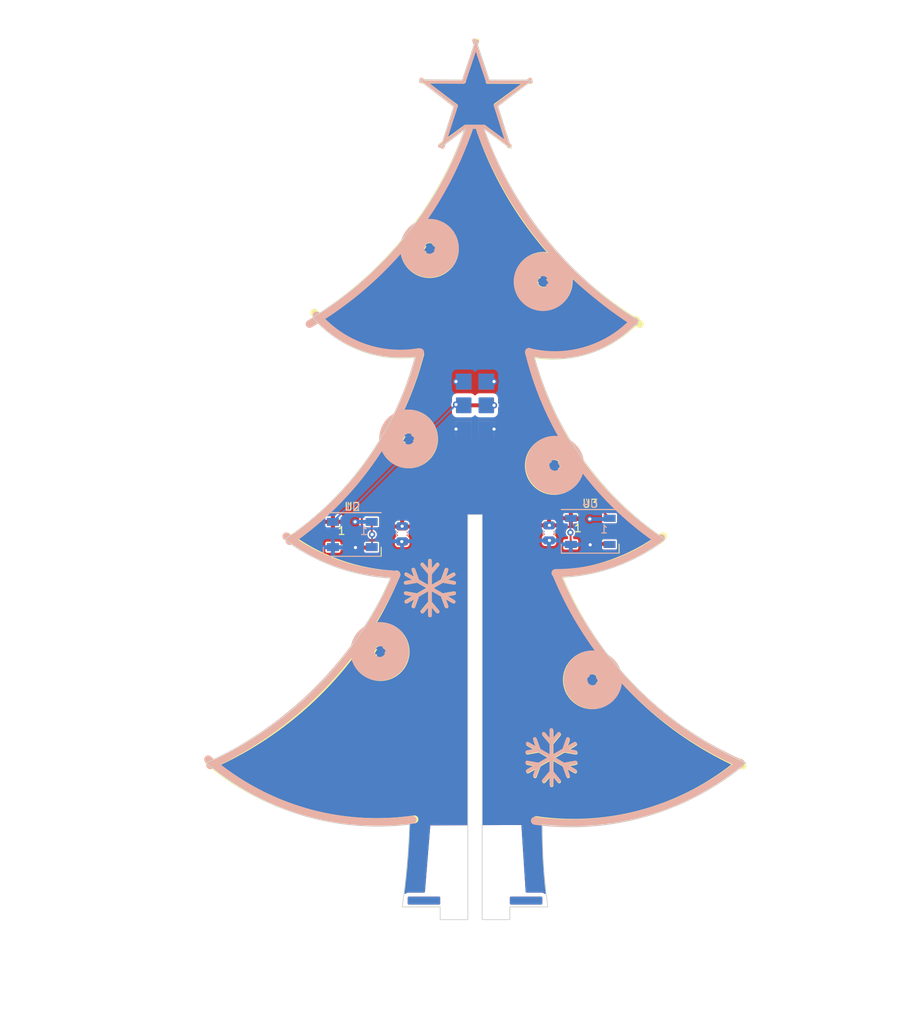
<source format=kicad_pcb>
(kicad_pcb (version 20221018) (generator pcbnew)
  (title_block (comment 4 "AISLER Project ID: SEEBHILR"))
  (layers (0 "F.Cu" signal) (31 "B.Cu" signal) (34 "B.Paste" user) (35 "F.Paste" user) (36 "B.SilkS" user "B.Silkscreen") (37 "F.SilkS" user "F.Silkscreen") (38 "B.Mask" user) (39 "F.Mask" user) (44 "Edge.Cuts" user))
  (net 0 "")
  (net 1 "+5V")
  (net 2 "GND")
  (net 3 "/DIN")
  (net 4 "Net-(U1-DOUT)")
  (net 5 "Net-(U3-DOUT)")
  (net 6 "Net-(U2-DOUT)")
  (footprint "LOGO" (layer "F.Cu") (at 149.175 109.6)
    (fp_text reference "G***" hide)
    (fp_text value "LOGO" hide)
  )
  (footprint "Capacitor_SMD:C_0805_2012Metric" (layer "F.Cu") (at 130.3 81.35 -90)
    (fp_text reference "C6" hide)
    (fp_text value "0.1uF")
    (pad "1" smd roundrect (at -0.95 0 270) (size 1 1.45) (layers "F.Cu" "F.Paste" "F.Mask") (net 1 "+5V"))
    (pad "2" smd roundrect (at 0.95 0 270) (size 1 1.45) (layers "F.Cu" "F.Paste" "F.Mask") (net 2 "GND"))
  )
  (footprint "LOGO" (layer "F.Cu") (at 149.599308 72.15 -10)
    (fp_text reference "G***" hide)
    (fp_text value "LOGO" hide)
  )
  (footprint "LOGO" (layer "F.Cu") (at 133.734419 44.813426 10)
    (fp_text reference "G***" hide)
    (fp_text value "LOGO" hide)
  )
  (footprint "LOGO" (layer "F.Cu") (at 127.515 95.665 10)
    (fp_text reference "G***" hide)
    (fp_text value "LOGO" hide)
  )
  (footprint "LOGO" (layer "F.Cu") (at 133.8 88.15)
    (fp_text reference "G***" hide)
    (fp_text value "LOGO" hide)
  )
  (footprint "LOGO" (layer "F.Cu") (at 148.239308 48.89 -10)
    (fp_text reference "G***" hide)
    (fp_text value "LOGO" hide)
  )
  (footprint "LED_SMD:LED_WS2812B_PLCC4_5.0x5.0mm_P3.2mm" (layer "F.Cu") (at 154.05 81)
    (fp_text reference "U3" (at 0 -3.5) (layer "F.SilkS"))
    (fp_text value "WS2812B")
    (fp_text user "1" (at -1.55 -0.4) (layer "F.SilkS"))
    (pad "1" smd rect (at -2.45 -1.65) (size 1.5 0.9) (layers "F.Cu" "F.Paste" "F.Mask") (net 1 "+5V"))
    (pad "2" smd rect (at -2.45 1.65) (size 1.5 0.9) (layers "F.Cu" "F.Paste" "F.Mask") (net 5 "Net-(U3-DOUT)"))
    (pad "3" smd rect (at 2.45 1.65) (size 1.5 0.9) (layers "F.Cu" "F.Paste" "F.Mask") (net 2 "GND"))
    (pad "4" smd rect (at 2.45 -1.65) (size 1.5 0.9) (layers "F.Cu" "F.Paste" "F.Mask") (net 6 "Net-(U2-DOUT)"))
  )
  (footprint "LOGO" (layer "F.Cu") (at 131.105 68.825 10)
    (fp_text reference "G***" hide)
    (fp_text value "LOGO" hide)
  )
  (footprint "Capacitor_SMD:C_0805_2012Metric" (layer "F.Cu") (at 148.85 81.2 -90)
    (fp_text reference "C2" hide)
    (fp_text value "0.1uF")
    (pad "1" smd roundrect (at -0.95 0 270) (size 1 1.45) (layers "F.Cu" "F.Paste" "F.Mask") (net 1 "+5V"))
    (pad "2" smd roundrect (at 0.95 0 270) (size 1 1.45) (layers "F.Cu" "F.Paste" "F.Mask") (net 2 "GND"))
  )
  (footprint "LOGO" (layer "F.Cu") (at 154.399308 99.2 -10)
    (fp_text reference "G***" hide)
    (fp_text value "LOGO" hide)
  )
  (footprint "LED_SMD:LED_WS2812B_PLCC4_5.0x5.0mm_P3.2mm" (layer "F.Cu") (at 124 81.4)
    (fp_text reference "U2" (at 0 -3.5) (layer "F.SilkS"))
    (fp_text value "WS2812B")
    (fp_text user "1" (at -1.35 -0.46) (layer "F.SilkS"))
    (pad "1" smd rect (at -2.45 -1.6) (size 1.5 1) (layers "F.Cu" "F.Paste" "F.Mask") (net 1 "+5V"))
    (pad "2" smd rect (at -2.45 1.6) (size 1.5 1) (layers "F.Cu" "F.Paste" "F.Mask") (net 6 "Net-(U2-DOUT)"))
    (pad "3" smd rect (at 2.45 1.6) (size 1.5 1) (layers "F.Cu" "F.Paste" "F.Mask") (net 2 "GND"))
    (pad "4" smd rect (at 2.45 -1.6) (size 1.5 1) (layers "F.Cu" "F.Paste" "F.Mask") (net 4 "Net-(U1-DOUT)"))
  )
  (footprint "LOGO" (layer "B.Cu") (at 130.990692 68.787039 -170)
    (fp_text reference "G***" hide)
    (fp_text value "LOGO" hide)
  )
  (footprint "LED_SMD:LED_WS2812B_PLCC4_5.0x5.0mm_P3.2mm" (layer "B.Cu") (at 124 81.4 180)
    (fp_text reference "U1" (at 0 3.5) (layer "B.SilkS") (effects (justify mirror)))
    (fp_text value "WS2812B")
    (fp_text user "1" (at -1.45 0.45) (layer "B.SilkS") (effects (justify mirror)))
    (pad "1" smd rect (at -2.45 1.6 180) (size 1.5 1) (layers "B.Cu" "B.Paste" "B.Mask") (net 1 "+5V"))
    (pad "2" smd rect (at -2.45 -1.6 180) (size 1.5 1) (layers "B.Cu" "B.Paste" "B.Mask") (net 4 "Net-(U1-DOUT)"))
    (pad "3" smd rect (at 2.45 -1.6 180) (size 1.5 1) (layers "B.Cu" "B.Paste" "B.Mask") (net 2 "GND"))
    (pad "4" smd rect (at 2.45 1.6 180) (size 1.5 1) (layers "B.Cu" "B.Paste" "B.Mask") (net 3 "/DIN"))
  )
  (footprint "LOGO" (layer "B.Cu") (at 154.405 99.205 170)
    (fp_text reference "G***" hide)
    (fp_text value "LOGO" hide)
  )
  (footprint "LOGO" (layer "B.Cu") (at 148.105 48.975 170)
    (fp_text reference "G***" hide)
    (fp_text value "LOGO" hide)
  )
  (footprint "LOGO" (layer "B.Cu") (at 149.615 72.125 170)
    (fp_text reference "G***" hide)
    (fp_text value "LOGO" hide)
  )
  (footprint "LOGO" (layer "B.Cu") (at 149.138821 109.515153 180)
    (fp_text reference "G***" hide)
    (fp_text value "LOGO" hide)
  )
  (footprint "LED_SMD:LED_WS2812B_PLCC4_5.0x5.0mm_P3.2mm" (layer "B.Cu") (at 154.05 81 180)
    (fp_text reference "U4" (at 0 3.5) (layer "B.SilkS") (effects (justify mirror)))
    (fp_text value "WS2812B")
    (fp_text user "1" (at -1.75 0.25) (layer "B.SilkS") (effects (justify mirror)))
    (pad "1" smd rect (at -2.45 1.65 180) (size 1.5 0.9) (layers "B.Cu" "B.Paste" "B.Mask") (net 1 "+5V"))
    (pad "2" smd rect (at -2.45 -1.65 180) (size 1.5 0.9) (layers "B.Cu" "B.Paste" "B.Mask"))
    (pad "3" smd rect (at 2.45 -1.65 180) (size 1.5 0.9) (layers "B.Cu" "B.Paste" "B.Mask") (net 2 "GND"))
    (pad "4" smd rect (at 2.45 1.65 180) (size 1.5 0.9) (layers "B.Cu" "B.Paste" "B.Mask") (net 5 "Net-(U3-DOUT)"))
  )
  (footprint "LOGO" (layer "B.Cu") (at 127.370692 95.6 -170)
    (fp_text reference "G***" hide)
    (fp_text value "LOGO" hide)
  )
  (footprint "Capacitor_SMD:C_0805_2012Metric" (layer "B.Cu") (at 148.85 81.2 -90)
    (fp_text reference "C5" hide)
    (fp_text value "0.1uF")
    (pad "1" smd roundrect (at -0.95 0 270) (size 1 1.45) (layers "B.Cu" "B.Paste" "B.Mask") (net 1 "+5V"))
    (pad "2" smd roundrect (at 0.95 0 270) (size 1 1.45) (layers "B.Cu" "B.Paste" "B.Mask") (net 2 "GND"))
  )
  (footprint "Capacitor_SMD:C_0805_2012Metric" (layer "B.Cu") (at 130.3 81.3 -90)
    (fp_text reference "C1" hide)
    (fp_text value "0.1uF")
    (pad "1" smd roundrect (at -0.95 0 270) (size 1 1.45) (layers "B.Cu" "B.Paste" "B.Mask") (net 1 "+5V"))
    (pad "2" smd roundrect (at 0.95 0 270) (size 1 1.45) (layers "B.Cu" "B.Paste" "B.Mask") (net 2 "GND"))
  )
  (footprint "LOGO" (layer "B.Cu") (at 133.65436 44.717039 -170)
    (fp_text reference "G***" hide)
    (fp_text value "LOGO" hide)
  )
  (footprint "LOGO" (layer "B.Cu") (at 133.83 88.17 180)
    (fp_text reference "G***" hide)
    (fp_text value "LOGO" hide)
  )
  (gr_circle (center 154.38 99.73) (end 153.68 99.73) (stroke (width 3)) (fill none) (layer "B.SilkS"))
  (gr_arc (start 159.61 54.45) (mid 153.513169 58.199051) (end 146.36 58.38) (stroke (width 1)) (layer "B.SilkS"))
  (gr_line (start 135.4 32.5) (end 137.075 27.35) (stroke (width 0.5)) (layer "B.SilkS"))
  (gr_circle (center 131.09 69.337039) (end 130.39 69.337039) (stroke (width 3)) (fill none) (layer "B.SilkS"))
  (gr_arc (start 159.6 54.59) (mid 147.855785 44.020223) (end 140.14 30.23) (stroke (width 1)) (layer "B.SilkS"))
  (gr_circle (center 127.47 96.15) (end 126.77 96.15) (stroke (width 3)) (fill none) (layer "B.SilkS"))
  (gr_circle (center 148.08 49.5) (end 147.38 49.5) (stroke (width 3)) (fill none) (layer "B.SilkS"))
  (gr_line (start 141.1 24.15) (end 139.4 19.05) (stroke (width 0.5)) (layer "B.SilkS"))
  (gr_arc (start 162.98 81.88) (mid 156.673165 85.144) (end 149.66 86.26) (stroke (width 1)) (layer "B.SilkS"))
  (gr_line (start 138.325 29.95) (end 135.075 32.375) (stroke (width 0.5)) (layer "B.SilkS"))
  (gr_arc (start 132.35 58.39) (mid 125.324107 57.755854) (end 119.5 53.77) (stroke (width 1)) (layer "B.SilkS"))
  (gr_arc (start 129.57 86.48) (mid 122.249445 85.129247) (end 115.672605 81.641898) (stroke (width 1)) (layer "B.SilkS"))
  (gr_arc (start 138.7 30.21) (mid 130.879998 44.335979) (end 118.61 54.83) (stroke (width 1)) (layer "B.SilkS"))
  (gr_circle (center 149.59 72.65) (end 148.89 72.65) (stroke (width 3)) (fill none) (layer "B.SilkS"))
  (gr_line (start 138.325 29.95) (end 140.575 29.95) (stroke (width 0.5)) (layer "B.SilkS"))
  (gr_arc (start 162.63 82.06) (mid 152.274498 71.717034) (end 146.31 58.35) (stroke (width 1)) (layer "B.SilkS"))
  (gr_arc (start 131.59 117.4) (mid 117.87097 116.35497) (end 105.79 109.77) (stroke (width 1)) (layer "B.SilkS"))
  (gr_arc (start 132.56 58.4) (mid 126.493918 71.81622) (end 116.08 82.23) (stroke (width 1)) (layer "B.SilkS"))
  (gr_line (start 132.725 24) (end 137.075 27.35) (stroke (width 0.5)) (layer "B.SilkS"))
  (gr_line (start 140.65 29.95) (end 143.85 32.3) (stroke (width 0.5)) (layer "B.SilkS"))
  (gr_circle (center 133.753668 45.267039) (end 133.053668 45.267039) (stroke (width 3)) (fill none) (layer "B.SilkS"))
  (gr_line (start 142.125 27.3) (end 146.475 24) (stroke (width 0.5)) (layer "B.SilkS"))
  (gr_arc (start 173.06 110.23) (mid 160.819231 116.582461) (end 147.060874 117.53) (stroke (width 1)) (layer "B.SilkS"))
  (gr_line (start 143.775 32.4) (end 142.125 27.3) (stroke (width 0.5)) (layer "B.SilkS"))
  (gr_line (start 146.55 24.25) (end 141.15 24.25) (stroke (width 0.5)) (layer "B.SilkS"))
  (gr_line (start 132.7 24.2) (end 138.05 24.275) (stroke (width 0.5)) (layer "B.SilkS"))
  (gr_arc (start 129.57 86.5) (mid 120.007008 100.661275) (end 106.05 110.52) (stroke (width 1)) (layer "B.SilkS"))
  (gr_arc (start 173.02 110.28) (mid 159.050368 100.531976) (end 149.72 86.28) (stroke (width 1)) (layer "B.SilkS"))
  (gr_line (start 139.75 19.175) (end 138.05 24.275) (stroke (width 0.5)) (layer "B.SilkS"))
  (gr_line (start 143.95 32.425) (end 140.7 30) (stroke (width 0.5)) (layer "F.SilkS"))
  (gr_arc (start 173.3 110.54) (mid 159.318083 100.818652) (end 150.01 86.56) (stroke (width 1)) (layer "F.SilkS"))
  (gr_arc (start 162.8 82.1) (mid 152.430156 71.807858) (end 146.4 58.5) (stroke (width 1)) (layer "F.SilkS"))
  (gr_line (start 142.125 27.2) (end 143.725 32.35) (stroke (width 0.5)) (layer "F.SilkS"))
  (gr_line (start 132.725 24) (end 137.075 27.3) (stroke (width 0.5)) (layer "F.SilkS"))
  (gr_circle (center 127.54 96.19) (end 128.24 96.19) (stroke (width 3)) (fill none) (layer "F.SilkS"))
  (gr_arc (start 159.85 54.35) (mid 153.636667 58.175002) (end 146.35 58.55) (stroke (width 1)) (layer "F.SilkS"))
  (gr_arc (start 173.003169 110.161326) (mid 160.901583 116.543977) (end 147.25 117.45) (stroke (width 1)) (layer "F.SilkS"))
  (gr_circle (center 149.5 72.7) (end 150.2 72.7) (stroke (width 3)) (fill none) (layer "F.SilkS"))
  (gr_arc (start 163.24 81.62) (mid 156.963087 84.984315) (end 149.99 86.43) (stroke (width 1)) (layer "F.SilkS"))
  (gr_arc (start 138.7 30.28) (mid 131.050844 43.924692) (end 119.38 54.34) (stroke (width 1)) (layer "F.SilkS"))
  (gr_line (start 138.1 24.25) (end 132.7 24.25) (stroke (width 0.5)) (layer "F.SilkS"))
  (gr_line (start 141.1 24.275) (end 146.5 24.3) (stroke (width 0.5)) (layer "F.SilkS"))
  (gr_circle (center 133.759419 45.338426) (end 134.459419 45.338426) (stroke (width 3)) (fill none) (layer "F.SilkS"))
  (gr_line (start 142.125 27.2) (end 146.475 24) (stroke (width 0.5)) (layer "F.SilkS"))
  (gr_arc (start 132.58 58.6) (mid 126.527277 71.777837) (end 116.3 82.06) (stroke (width 1)) (layer "F.SilkS"))
  (gr_line (start 135.15 32.225) (end 138.25 29.975) (stroke (width 0.5)) (layer "F.SilkS"))
  (gr_line (start 138.3 29.95) (end 140.65 29.95) (stroke (width 0.5)) (layer "F.SilkS"))
  (gr_circle (center 154.3 99.75) (end 155 99.75) (stroke (width 3)) (fill none) (layer "F.SilkS"))
  (gr_arc (start 129.57 86.44) (mid 120.239632 100.691976) (end 106.27 110.44) (stroke (width 1)) (layer "F.SilkS"))
  (gr_arc (start 132.5 58.51) (mid 125.165935 57.764768) (end 119.21 53.42) (stroke (width 1)) (layer "F.SilkS"))
  (gr_line (start 137.075 27.3) (end 135.425 32.4) (stroke (width 0.5)) (layer "F.SilkS"))
  (gr_line (start 139.8 19.05) (end 138.1 24.15) (stroke (width 0.5)) (layer "F.SilkS"))
  (gr_circle (center 148.14 49.44) (end 148.84 49.44) (stroke (width 3)) (fill none) (layer "F.SilkS"))
  (gr_arc (start 160.3 54.85) (mid 148.014441 44.360305) (end 140.15 30.25) (stroke (width 1)) (layer "F.SilkS"))
  (gr_arc (start 129.52716 86.470601) (mid 122.457529 85.11026) (end 116.08 81.77) (stroke (width 1)) (layer "F.SilkS"))
  (gr_line (start 141.15 24.275) (end 139.45 19.175) (stroke (width 0.5)) (layer "F.SilkS"))
  (gr_arc (start 131.85 117.35) (mid 118.07776 116.451906) (end 105.850874 110.05) (stroke (width 1)) (layer "F.SilkS"))
  (gr_line (start 137.3 30.5) (end 137.3 30.7) (stroke (width 0.15)) (layer "F.SilkS"))
  (gr_circle (center 131.13 69.35) (end 131.83 69.35) (stroke (width 3)) (fill none) (layer "F.SilkS"))
  (gr_line (start 138.6 78.9) (end 138.6 130) (stroke (width 0.1)) (layer "Edge.Cuts"))
  (gr_arc (start 163.5 82) (mid 153.174258 71.989119) (end 147 59) (stroke (width 0.1)) (layer "Edge.Cuts"))
  (gr_line (start 137.9 24.05) (end 132.5 24.05) (stroke (width 0.1)) (layer "Edge.Cuts"))
  (gr_line (start 135.1 130) (end 135.1 128.4) (stroke (width 0.1)) (layer "Edge.Cuts"))
  (gr_line (start 142.35 27.3) (end 144.05 32.7) (stroke (width 0.1)) (layer "Edge.Cuts"))
  (gr_line (start 142.35 27.3) (end 146.7 24.1) (stroke (width 0.1)) (layer "Edge.Cuts"))
  (gr_line (start 135.1 128.4) (end 130.3 128.4) (stroke (width 0.1)) (layer "Edge.Cuts"))
  (gr_arc (start 173.7 110.2) (mid 161.66749 116.793526) (end 148 118) (stroke (width 0.1)) (layer "Edge.Cuts"))
  (gr_arc (start 138.3 30.2) (mid 130.689324 43.753738) (end 119 54) (stroke (width 0.1)) (layer "Edge.Cuts"))
  (gr_arc (start 132 59) (mid 125.825741 71.989118) (end 115.5 82) (stroke (width 0.1)) (layer "Edge.Cuts"))
  (gr_line (start 139.6 18.95) (end 137.9 24.05) (stroke (width 0.1)) (layer "Edge.Cuts"))
  (gr_line (start 140.4 78.9) (end 140.4 130) (stroke (width 0.1)) (layer "Edge.Cuts"))
  (gr_line (start 138.6 130) (end 135.1 130) (stroke (width 0.1)) (layer "Edge.Cuts"))
  (gr_arc (start 128.85 86.85) (mid 119.423822 100.755614) (end 105.537921 110.210808) (stroke (width 0.1)) (layer "Edge.Cuts"))
  (gr_arc (start 131.237047 117.978087) (mid 117.571078 116.795641) (end 105.537921 110.210808) (stroke (width 0.1)) (layer "Edge.Cuts"))
  (gr_line (start 143.9 130) (end 140.4 130) (stroke (width 0.1)) (layer "Edge.Cuts"))
  (gr_arc (start 163.5 82) (mid 157.374925 85.415423) (end 150.5 86.8) (stroke (width 0.1)) (layer "Edge.Cuts"))
  (gr_line (start 141.3 24.05) (end 146.7 24.1) (stroke (width 0.1)) (layer "Edge.Cuts"))
  (gr_arc (start 160.2 54.4) (mid 154.214035 58.462012) (end 147 59) (stroke (width 0.1)) (layer "Edge.Cuts"))
  (gr_arc (start 148.7 128.4) (mid 148.163605 123.212546) (end 148 118) (stroke (width 0.1)) (layer "Edge.Cuts"))
  (gr_line (start 141.3 24.05) (end 139.6 18.95) (stroke (width 0.1)) (layer "Edge.Cuts"))
  (gr_arc (start 131.237047 117.978087) (mid 130.912718 123.202008) (end 130.3 128.4) (stroke (width 0.1)) (layer "Edge.Cuts"))
  (gr_arc (start 160.2 54.4) (mid 148.339831 43.984507) (end 140.65 30.2) (stroke (width 0.1)) (layer "Edge.Cuts"))
  (gr_arc (start 128.85 86.85) (mid 121.802666 85.449879) (end 115.5 82) (stroke (width 0.1)) (layer "Edge.Cuts"))
  (gr_line (start 135.2 32.45) (end 138.3 30.2) (stroke (width 0.1)) (layer "Edge.Cuts"))
  (gr_arc (start 173.7 110.2) (mid 159.886083 100.694995) (end 150.5 86.8) (stroke (width 0.1)) (layer "Edge.Cuts"))
  (gr_line (start 140.4 78.9) (end 138.6 78.9) (stroke (width 0.1)) (layer "Edge.Cuts"))
  (gr_line (start 144.05 32.7) (end 140.65 30.2) (stroke (width 0.1)) (layer "Edge.Cuts"))
  (gr_line (start 148.7 128.4) (end 143.9 128.4) (stroke (width 0.1)) (layer "Edge.Cuts"))
  (gr_line (start 132.5 24.05) (end 136.85 27.35) (stroke (width 0.1)) (layer "Edge.Cuts"))
  (gr_arc (start 132 59) (mid 124.875047 58.124877) (end 119 54) (stroke (width 0.1)) (layer "Edge.Cuts"))
  (gr_line (start 143.9 128.4) (end 143.9 130) (stroke (width 0.1)) (layer "Edge.Cuts"))
  (gr_line (start 136.85 27.35) (end 135.2 32.45) (stroke (width 0.1)) (layer "Edge.Cuts"))
  (segment (start 124.35 79.8) (end 121.55 79.8) (width 0.5) (layer "F.Cu") (net 1))
  (segment (start 154 79.45) (end 151.45 79.45) (width 0.5) (layer "F.Cu") (net 1))
  (via (at 130.3 80.35) (size 0.8) (drill 0.4) (layers "F.Cu" "B.Cu") (net 1))
  (via (at 137.1 62.1) (size 0.8) (drill 0.4) (layers "F.Cu" "B.Cu") (net 1))
  (via (at 154 79.45) (size 0.8) (drill 0.4) (layers "F.Cu" "B.Cu") (net 1))
  (via (at 148.9 80.25) (size 0.8) (drill 0.4) (layers "F.Cu" "B.Cu") (net 1))
  (via (at 141.9 62.1) (size 0.8) (drill 0.4) (layers "F.Cu" "B.Cu") (net 1))
  (via (at 124.35 79.8) (size 0.8) (drill 0.4) (layers "F.Cu" "B.Cu") (net 1))
  (segment (start 154 79.45) (end 156.25 79.45) (width 0.5) (layer "B.Cu") (net 1))
  (segment (start 124.35 79.8) (end 126.45 79.8) (width 0.5) (layer "B.Cu") (net 1))
  (segment (start 141.9 62.1) (end 141.9 62.3) (width 0.5) (layer "B.Cu") (net 1))
  (segment (start 156.3 82.6) (end 154.15 82.6) (width 0.5) (layer "F.Cu") (net 2))
  (segment (start 126.4 83.05) (end 126.45 83) (width 0.5) (layer "F.Cu") (net 2))
  (segment (start 124.4 83.05) (end 126.4 83.05) (width 0.5) (layer "F.Cu") (net 2))
  (via (at 130.25 82.3) (size 0.8) (drill 0.4) (layers "F.Cu" "B.Cu") (net 2))
  (via (at 124.4 83.05) (size 0.8) (drill 0.4) (layers "F.Cu" "B.Cu") (net 2))
  (via (at 148.9 82.15) (size 0.8) (drill 0.4) (layers "F.Cu" "B.Cu") (net 2))
  (via (at 137.1 68.1) (size 0.8) (drill 0.4) (layers "F.Cu" "B.Cu") (net 2))
  (via (at 141.9 68.1) (size 0.8) (drill 0.4) (layers "F.Cu" "B.Cu") (net 2))
  (via (at 154.05 82.7) (size 0.8) (drill 0.4) (layers "F.Cu" "B.Cu") (net 2))
  (segment (start 154.05 82.7) (end 151.5 82.7) (width 0.5) (layer "B.Cu") (net 2))
  (segment (start 124.4 83.05) (end 121.6 83.05) (width 0.5) (layer "B.Cu") (net 2))
  (segment (start 137.1 65) (end 137.2 65.1) (width 0.5) (layer "F.Cu") (net 3))
  (segment (start 137.2 65.1) (end 141.9 65.1) (width 0.5) (layer "F.Cu") (net 3))
  (via (at 141.9 65.1) (size 0.8) (drill 0.4) (layers "F.Cu" "B.Cu") (net 3))
  (via (at 137.1 65) (size 0.8) (drill 0.4) (layers "F.Cu" "B.Cu") (net 3))
  (segment (start 123.05 78.3) (end 121.55 79.8) (width 0.25) (layer "B.Cu") (net 3))
  (segment (start 137.1 65) (end 123.8 78.3) (width 0.25) (layer "B.Cu") (net 3))
  (segment (start 123.8 78.3) (end 123.05 78.3) (width 0.25) (layer "B.Cu") (net 3))
  (segment (start 126.45 79.8) (end 126.45 81.35) (width 0.25) (layer "F.Cu") (net 4))
  (segment (start 126.45 81.35) (end 126.5 81.4) (width 0.25) (layer "F.Cu") (net 4))
  (segment (start 126.5 81.4) (end 126.5 81.1) (width 0.25) (layer "F.Cu") (net 4))
  (via (at 126.5 81.4) (size 0.8) (drill 0.4) (layers "F.Cu" "B.Cu") (net 4))
  (segment (start 126.5 83.05) (end 126.45 83) (width 0.5) (layer "B.Cu") (net 4))
  (segment (start 126.5 81.4) (end 126.5 82.95) (width 0.25) (layer "B.Cu") (net 4))
  (segment (start 126.5 82.95) (end 126.45 83) (width 0.25) (layer "B.Cu") (net 4))
  (segment (start 151.6 82.65) (end 151.55 81.15) (width 0.25) (layer "F.Cu") (net 5))
  (segment (start 151.55 81.15) (end 151.6 81.25) (width 0.25) (layer "F.Cu") (net 5))
  (via (at 151.55 81.15) (size 0.8) (drill 0.4) (layers "F.Cu" "B.Cu") (net 5))
  (segment (start 151.55 79.4) (end 151.6 79.35) (width 0.25) (layer "B.Cu") (net 5))
  (segment (start 151.55 81.15) (end 151.55 79.4) (width 0.25) (layer "B.Cu") (net 5))
  (segment (start 153.7 76.55) (end 156.5 79.35) (width 0.25) (layer "F.Cu") (net 6))
  (segment (start 125.2 79.2) (end 127.85 76.55) (width 0.25) (layer "F.Cu") (net 6))
  (segment (start 123 83) (end 125.2 80.8) (width 0.25) (layer "F.Cu") (net 6))
  (segment (start 121.55 83) (end 123 83) (width 0.25) (layer "F.Cu") (net 6))
  (segment (start 127.85 76.55) (end 153.7 76.55) (width 0.25) (layer "F.Cu") (net 6))
  (segment (start 125.2 80.8) (end 125.2 79.2) (width 0.25) (layer "F.Cu") (net 6))
  (zone (net 1) (net_name "+5V") (layer "F.Cu") (connect_pads (clearance 0.2)) (min_thickness 0.254) (fill yes (thermal_gap 0.508) (thermal_bridge_width 0.508))
    (polygon (pts (xy 159.35 18.45) (xy 185.15 132.5) (xy 90.25 139.5) (xy 92 125.95) (xy 92.2 18.35)))
  )
  (zone (net 3) (net_name "/DIN") (layers "F&B.Cu") (priority 1) (connect_pads (clearance 0.508)) (min_thickness 0.254) (fill yes (thermal_gap 0.508) (thermal_bridge_width 0.508) (island_removal_mode 1) (island_area_min 0))
    (polygon (pts (xy 137.1 66.1) (xy 137.1 64.1) (xy 139.05 64.1) (xy 139.05 66.1)))
  )
  (zone (net 3) (net_name "/DIN") (layers "F&B.Cu") (priority 1) (connect_pads (clearance 0.508)) (min_thickness 0.254) (fill yes (thermal_gap 0.508) (thermal_bridge_width 0.508) (island_removal_mode 1) (island_area_min 0))
    (polygon (pts (xy 139.95 66.1) (xy 139.95 64.1) (xy 141.9 64.1) (xy 141.9 66.1)))
  )
  (zone (net 1) (net_name "+5V") (layers "F&B.Cu") (priority 1) (connect_pads (clearance 0.508)) (min_thickness 0.254) (fill yes (thermal_gap 0.508) (thermal_bridge_width 0.508) (island_removal_mode 1) (island_area_min 0))
    (polygon (pts (xy 137.1 63.1) (xy 137.1 61.1) (xy 139.05 61.1) (xy 139.05 63.1)))
  )
  (zone (net 1) (net_name "+5V") (layers "F&B.Cu") (priority 1) (connect_pads (clearance 0.508)) (min_thickness 0.254) (fill yes (thermal_gap 0.508) (thermal_bridge_width 0.508) (island_removal_mode 1) (island_area_min 0))
    (polygon (pts (xy 139.95 63.1) (xy 139.95 61.1) (xy 141.9 61.1) (xy 141.9 63.1)))
  )
  (zone (net 2) (net_name "GND") (layers "F&B.Cu") (priority 1) (connect_pads (clearance 0.508)) (min_thickness 0.254) (fill yes (thermal_gap 0.508) (thermal_bridge_width 0.508) (island_removal_mode 1) (island_area_min 0))
    (polygon (pts (xy 137.1 69.1) (xy 137.1 67.1) (xy 139.05 67.1) (xy 139.05 69.1)))
  )
  (zone (net 0) (net_name "") (layers "F&B.Cu") (priority 1) (connect_pads (clearance 0.508)) (min_thickness 0.254) (fill yes (thermal_gap 0.508) (thermal_bridge_width 0.508) (island_removal_mode 1) (island_area_min 0))
    (polygon (pts (xy 148 128.1) (xy 143.9 128.1) (xy 143.9 127.1) (xy 148 127.1)))
  )
  (zone (net 2) (net_name "GND") (layers "F&B.Cu") (priority 1) (connect_pads (clearance 0.508)) (min_thickness 0.254) (fill yes (thermal_gap 0.508) (thermal_bridge_width 0.508) (island_removal_mode 1) (island_area_min 0))
    (polygon (pts (xy 139.95 69.1) (xy 139.95 67.1) (xy 141.9 67.1) (xy 141.9 69.1)))
  )
  (zone (net 0) (net_name "") (layers "F&B.Cu") (priority 1) (connect_pads (clearance 0.508)) (min_thickness 0.254) (fill yes (thermal_gap 0.508) (thermal_bridge_width 0.508) (island_removal_mode 1) (island_area_min 0))
    (polygon (pts (xy 135.1 128.1) (xy 131 128.1) (xy 131 127.1) (xy 135.1 127.1)))
  )
  (zone (net 0) (net_name "") (layers "F&B.Cu" "F.Mask") (connect_pads (clearance 0)) (min_thickness 0.254)
    (keepout (tracks not_allowed) (vias allowed) (pads allowed) (copperpour not_allowed) (footprints allowed))
    (fill (thermal_gap 0.508) (thermal_bridge_width 0.508))
    (polygon (pts (xy 145.36 118.06) (xy 145.931766 126.996893) (xy 133.131766 126.996893) (xy 133.851616 118.105431)))
  )
  (zone (net 2) (net_name "GND") (layer "B.Cu") (connect_pads (clearance 0.2)) (min_thickness 0.254) (fill yes (thermal_gap 0.508) (thermal_bridge_width 0.508))
    (polygon (pts (xy 174 18.35) (xy 196.1 132.95) (xy 79.5 143.2) (xy 84.3 13.95)))
  )
)
</source>
